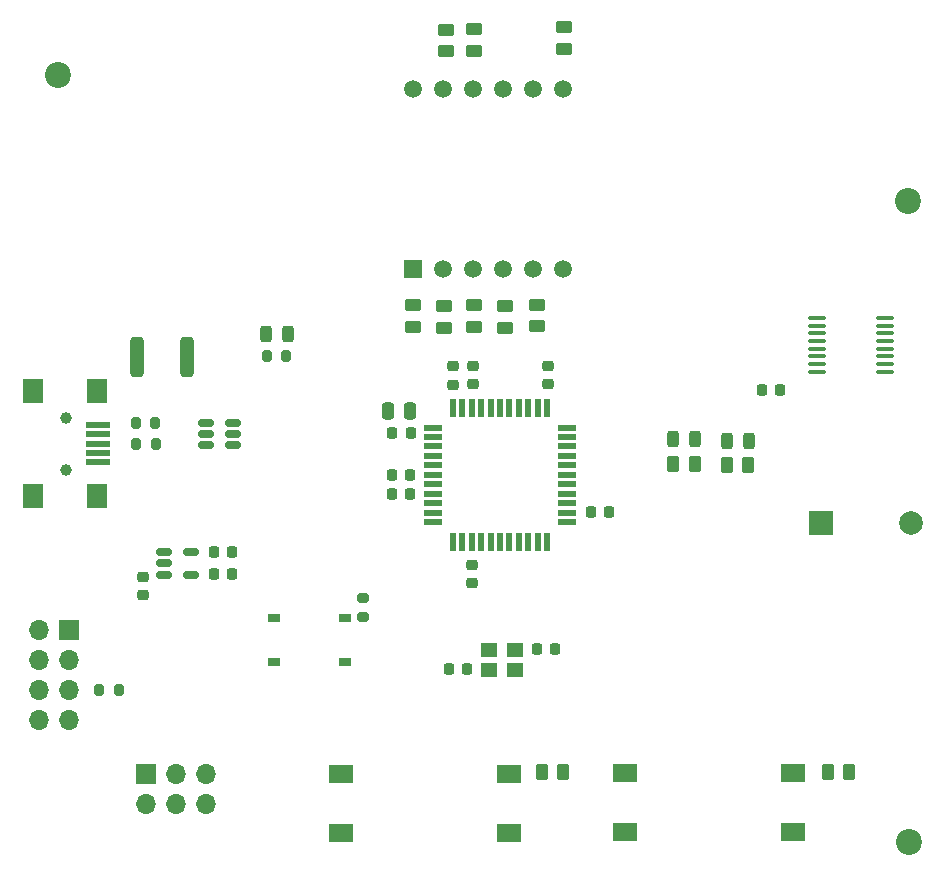
<source format=gbr>
%TF.GenerationSoftware,KiCad,Pcbnew,7.0.1-0*%
%TF.CreationDate,2023-04-20T13:11:41-06:00*%
%TF.ProjectId,Phase_B_ATMEGA_v3,50686173-655f-4425-9f41-544d4547415f,rev?*%
%TF.SameCoordinates,Original*%
%TF.FileFunction,Soldermask,Top*%
%TF.FilePolarity,Negative*%
%FSLAX46Y46*%
G04 Gerber Fmt 4.6, Leading zero omitted, Abs format (unit mm)*
G04 Created by KiCad (PCBNEW 7.0.1-0) date 2023-04-20 13:11:41*
%MOMM*%
%LPD*%
G01*
G04 APERTURE LIST*
G04 Aperture macros list*
%AMRoundRect*
0 Rectangle with rounded corners*
0 $1 Rounding radius*
0 $2 $3 $4 $5 $6 $7 $8 $9 X,Y pos of 4 corners*
0 Add a 4 corners polygon primitive as box body*
4,1,4,$2,$3,$4,$5,$6,$7,$8,$9,$2,$3,0*
0 Add four circle primitives for the rounded corners*
1,1,$1+$1,$2,$3*
1,1,$1+$1,$4,$5*
1,1,$1+$1,$6,$7*
1,1,$1+$1,$8,$9*
0 Add four rect primitives between the rounded corners*
20,1,$1+$1,$2,$3,$4,$5,0*
20,1,$1+$1,$4,$5,$6,$7,0*
20,1,$1+$1,$6,$7,$8,$9,0*
20,1,$1+$1,$8,$9,$2,$3,0*%
G04 Aperture macros list end*
%ADD10C,2.200000*%
%ADD11RoundRect,0.225000X-0.225000X-0.250000X0.225000X-0.250000X0.225000X0.250000X-0.225000X0.250000X0*%
%ADD12RoundRect,0.225000X0.250000X-0.225000X0.250000X0.225000X-0.250000X0.225000X-0.250000X-0.225000X0*%
%ADD13RoundRect,0.250000X-0.312500X-1.450000X0.312500X-1.450000X0.312500X1.450000X-0.312500X1.450000X0*%
%ADD14RoundRect,0.250000X0.450000X-0.262500X0.450000X0.262500X-0.450000X0.262500X-0.450000X-0.262500X0*%
%ADD15R,2.000000X1.500000*%
%ADD16RoundRect,0.243750X-0.243750X-0.456250X0.243750X-0.456250X0.243750X0.456250X-0.243750X0.456250X0*%
%ADD17RoundRect,0.250000X-0.262500X-0.450000X0.262500X-0.450000X0.262500X0.450000X-0.262500X0.450000X0*%
%ADD18RoundRect,0.200000X0.200000X0.275000X-0.200000X0.275000X-0.200000X-0.275000X0.200000X-0.275000X0*%
%ADD19RoundRect,0.250000X0.250000X0.475000X-0.250000X0.475000X-0.250000X-0.475000X0.250000X-0.475000X0*%
%ADD20RoundRect,0.100000X0.637500X0.100000X-0.637500X0.100000X-0.637500X-0.100000X0.637500X-0.100000X0*%
%ADD21R,1.700000X2.000000*%
%ADD22R,2.000000X0.500000*%
%ADD23C,1.000000*%
%ADD24RoundRect,0.250000X-0.450000X0.262500X-0.450000X-0.262500X0.450000X-0.262500X0.450000X0.262500X0*%
%ADD25R,1.000000X0.700000*%
%ADD26RoundRect,0.200000X-0.200000X-0.275000X0.200000X-0.275000X0.200000X0.275000X-0.200000X0.275000X0*%
%ADD27RoundRect,0.150000X-0.512500X-0.150000X0.512500X-0.150000X0.512500X0.150000X-0.512500X0.150000X0*%
%ADD28C,2.000000*%
%ADD29R,2.000000X2.000000*%
%ADD30RoundRect,0.200000X-0.275000X0.200000X-0.275000X-0.200000X0.275000X-0.200000X0.275000X0.200000X0*%
%ADD31R,1.400000X1.200000*%
%ADD32RoundRect,0.225000X-0.250000X0.225000X-0.250000X-0.225000X0.250000X-0.225000X0.250000X0.225000X0*%
%ADD33O,1.700000X1.700000*%
%ADD34R,1.700000X1.700000*%
%ADD35RoundRect,0.225000X0.225000X0.250000X-0.225000X0.250000X-0.225000X-0.250000X0.225000X-0.250000X0*%
%ADD36C,1.500000*%
%ADD37R,1.500000X1.500000*%
%ADD38R,0.550000X1.500000*%
%ADD39R,1.500000X0.550000*%
G04 APERTURE END LIST*
D10*
%TO.C,H3*%
X205400000Y-98150000D03*
%TD*%
%TO.C,H2*%
X205300000Y-43900000D03*
%TD*%
%TO.C,H1*%
X133350000Y-33200000D03*
%TD*%
D11*
%TO.C,C15*%
X148100000Y-75450000D03*
X146550000Y-75450000D03*
%TD*%
D12*
%TO.C,C5*%
X166750000Y-57875000D03*
X166750000Y-59425000D03*
%TD*%
D13*
%TO.C,F1*%
X144287500Y-57100000D03*
X140012500Y-57100000D03*
%TD*%
D11*
%TO.C,C2*%
X167950000Y-83500000D03*
X166400000Y-83500000D03*
%TD*%
D14*
%TO.C,R7*%
X171200000Y-52760000D03*
X171200000Y-54585000D03*
%TD*%
D11*
%TO.C,C3*%
X175400000Y-81800000D03*
X173850000Y-81800000D03*
%TD*%
D14*
%TO.C,R9*%
X163400000Y-52685000D03*
X163400000Y-54510000D03*
%TD*%
D15*
%TO.C,S1*%
X171550000Y-97400000D03*
X157250000Y-97400000D03*
X171550000Y-92400000D03*
X157250000Y-92400000D03*
%TD*%
D16*
%TO.C,D1*%
X187237500Y-64050000D03*
X185362500Y-64050000D03*
%TD*%
D15*
%TO.C,S2*%
X195600000Y-97300000D03*
X181300000Y-97300000D03*
X195600000Y-92300000D03*
X181300000Y-92300000D03*
%TD*%
D14*
%TO.C,R11*%
X173850000Y-52660000D03*
X173850000Y-54485000D03*
%TD*%
D17*
%TO.C,R2*%
X200325000Y-92250000D03*
X198500000Y-92250000D03*
%TD*%
D18*
%TO.C,R17*%
X136815000Y-85290000D03*
X138465000Y-85290000D03*
%TD*%
D19*
%TO.C,C8*%
X161250000Y-61650000D03*
X163150000Y-61650000D03*
%TD*%
D20*
%TO.C,U2*%
X197587500Y-58325000D03*
X197587500Y-57675000D03*
X197587500Y-57025000D03*
X197587500Y-56375000D03*
X197587500Y-55725000D03*
X197587500Y-55075000D03*
X197587500Y-54425000D03*
X197587500Y-53775000D03*
X203312500Y-53775000D03*
X203312500Y-54425000D03*
X203312500Y-55075000D03*
X203312500Y-55725000D03*
X203312500Y-56375000D03*
X203312500Y-57025000D03*
X203312500Y-57675000D03*
X203312500Y-58325000D03*
%TD*%
D21*
%TO.C,J2*%
X131175000Y-68850000D03*
X136625000Y-68850000D03*
X131175000Y-59950000D03*
X136625000Y-59950000D03*
D22*
X136725000Y-66000000D03*
X136725000Y-65200000D03*
X136725000Y-64400000D03*
X136725000Y-63600000D03*
X136725000Y-62800000D03*
D23*
X134025000Y-66600000D03*
X134025000Y-62200000D03*
%TD*%
D14*
%TO.C,R12*%
X168550000Y-52697500D03*
X168550000Y-54522500D03*
%TD*%
D16*
%TO.C,D2*%
X191850000Y-64150000D03*
X189975000Y-64150000D03*
%TD*%
D24*
%TO.C,R6*%
X176150000Y-30962500D03*
X176150000Y-29137500D03*
%TD*%
D25*
%TO.C,S3*%
X151600000Y-79200000D03*
X157600000Y-79200000D03*
X151600000Y-82900000D03*
X157600000Y-82900000D03*
%TD*%
D16*
%TO.C,D3*%
X152800000Y-55100000D03*
X150925000Y-55100000D03*
%TD*%
D26*
%TO.C,R14*%
X141600000Y-64400000D03*
X139950000Y-64400000D03*
%TD*%
D27*
%TO.C,U5*%
X144600000Y-73600000D03*
X144600000Y-75500000D03*
X142325000Y-75500000D03*
X142325000Y-74550000D03*
X142325000Y-73600000D03*
%TD*%
D17*
%TO.C,R1*%
X176125000Y-92200000D03*
X174300000Y-92200000D03*
%TD*%
D11*
%TO.C,C14*%
X148100000Y-73550000D03*
X146550000Y-73550000D03*
%TD*%
D28*
%TO.C,LS1*%
X205550000Y-71100000D03*
D29*
X197950000Y-71100000D03*
%TD*%
D14*
%TO.C,R8*%
X166050000Y-52760000D03*
X166050000Y-54585000D03*
%TD*%
D30*
%TO.C,R13*%
X159150000Y-79100000D03*
X159150000Y-77450000D03*
%TD*%
D24*
%TO.C,R10*%
X168550000Y-31162500D03*
X168550000Y-29337500D03*
%TD*%
%TO.C,R5*%
X166150000Y-31200000D03*
X166150000Y-29375000D03*
%TD*%
D11*
%TO.C,C11*%
X179975000Y-70200000D03*
X178425000Y-70200000D03*
%TD*%
D31*
%TO.C,Y1*%
X169800000Y-81850000D03*
X172000000Y-81850000D03*
X172000000Y-83550000D03*
X169800000Y-83550000D03*
%TD*%
D26*
%TO.C,R15*%
X141575000Y-62700000D03*
X139925000Y-62700000D03*
%TD*%
D17*
%TO.C,R3*%
X187250000Y-66150000D03*
X185425000Y-66150000D03*
%TD*%
D26*
%TO.C,R16*%
X152645000Y-57015000D03*
X150995000Y-57015000D03*
%TD*%
D32*
%TO.C,C6*%
X168400000Y-76225000D03*
X168400000Y-74675000D03*
%TD*%
D33*
%TO.C,J1*%
X145850000Y-94890000D03*
X145850000Y-92350000D03*
X143310000Y-94890000D03*
X143310000Y-92350000D03*
X140770000Y-94890000D03*
D34*
X140770000Y-92350000D03*
%TD*%
D12*
%TO.C,C4*%
X174800000Y-57850000D03*
X174800000Y-59400000D03*
%TD*%
D35*
%TO.C,C7*%
X161625000Y-63500000D03*
X163175000Y-63500000D03*
%TD*%
D36*
%TO.C,U1*%
X163400000Y-34360000D03*
X165940000Y-34360000D03*
X168480000Y-34360000D03*
X171020000Y-34360000D03*
X173560000Y-34360000D03*
X176100000Y-34360000D03*
X176100000Y-49600000D03*
X173560000Y-49600000D03*
X171020000Y-49600000D03*
X168480000Y-49600000D03*
X165940000Y-49600000D03*
D37*
X163400000Y-49600000D03*
%TD*%
D17*
%TO.C,R4*%
X191785000Y-66210000D03*
X189960000Y-66210000D03*
%TD*%
D38*
%TO.C,U3*%
X166750000Y-61350000D03*
X167550000Y-61350000D03*
X168350000Y-61350000D03*
X169150000Y-61350000D03*
X169950000Y-61350000D03*
X170750000Y-61350000D03*
X171550000Y-61350000D03*
X172350000Y-61350000D03*
X173150000Y-61350000D03*
X173950000Y-61350000D03*
X174750000Y-61350000D03*
D39*
X176450000Y-63050000D03*
X176450000Y-63850000D03*
X176450000Y-64650000D03*
X176450000Y-65450000D03*
X176450000Y-66250000D03*
X176450000Y-67050000D03*
X176450000Y-67850000D03*
X176450000Y-68650000D03*
X176450000Y-69450000D03*
X176450000Y-70250000D03*
X176450000Y-71050000D03*
D38*
X174750000Y-72750000D03*
X173950000Y-72750000D03*
X173150000Y-72750000D03*
X172350000Y-72750000D03*
X171550000Y-72750000D03*
X170750000Y-72750000D03*
X169950000Y-72750000D03*
X169150000Y-72750000D03*
X168350000Y-72750000D03*
X167550000Y-72750000D03*
X166750000Y-72750000D03*
D39*
X165050000Y-71050000D03*
X165050000Y-70250000D03*
X165050000Y-69450000D03*
X165050000Y-68650000D03*
X165050000Y-67850000D03*
X165050000Y-67050000D03*
X165050000Y-66250000D03*
X165050000Y-65450000D03*
X165050000Y-64650000D03*
X165050000Y-63850000D03*
X165050000Y-63050000D03*
%TD*%
D35*
%TO.C,C10*%
X161600000Y-68650000D03*
X163150000Y-68650000D03*
%TD*%
D27*
%TO.C,U4*%
X148137500Y-62650000D03*
X148137500Y-63600000D03*
X148137500Y-64550000D03*
X145862500Y-64550000D03*
X145862500Y-63600000D03*
X145862500Y-62650000D03*
%TD*%
D33*
%TO.C,J3*%
X131700000Y-87780000D03*
X134240000Y-87780000D03*
X131700000Y-85240000D03*
X134240000Y-85240000D03*
X131700000Y-82700000D03*
X134240000Y-82700000D03*
X131700000Y-80160000D03*
D34*
X134240000Y-80160000D03*
%TD*%
D32*
%TO.C,C13*%
X140500000Y-77225000D03*
X140500000Y-75675000D03*
%TD*%
D35*
%TO.C,C9*%
X161600000Y-67050000D03*
X163150000Y-67050000D03*
%TD*%
%TO.C,C1*%
X192925000Y-59900000D03*
X194475000Y-59900000D03*
%TD*%
D12*
%TO.C,C12*%
X168500000Y-57850000D03*
X168500000Y-59400000D03*
%TD*%
M02*

</source>
